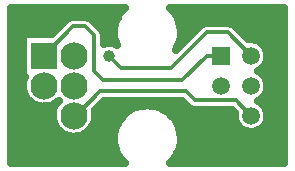
<source format=gbr>
G04 DipTrace 2.4.0.2*
%INBottom.gbr*%
%MOIN*%
%ADD13C,0.0118*%
%ADD14C,0.025*%
%ADD16C,0.0906*%
%ADD17R,0.0906X0.0906*%
%ADD18C,0.0591*%
%ADD19R,0.0591X0.0591*%
%ADD20C,0.0394*%
%FSLAX44Y44*%
G04*
G70*
G90*
G75*
G01*
%LNBottom*%
%LPD*%
X3642Y3937D2*
D13*
X4035Y3543D1*
X5709D1*
X6890Y4724D1*
X7602D1*
X8374Y3953D1*
X2469Y1953D2*
X2543D1*
X3346Y2756D1*
X6201D1*
X6496Y2461D1*
X7866D1*
X8374Y1953D1*
X7374Y3953D2*
X6890D1*
X6087Y3150D1*
X3445D1*
X3150Y3445D1*
Y4626D1*
X2854Y4921D1*
X2437D1*
X1468Y3953D1*
D20*
X3642Y3937D3*
X390Y5292D2*
D14*
X3940D1*
X5900D2*
X9451D1*
X390Y5043D2*
X2092D1*
X3201D2*
X3834D1*
X6009D2*
X9451D1*
X390Y4794D2*
X1842D1*
X3439D2*
X3787D1*
X6056D2*
X6494D1*
X7998D2*
X9451D1*
X390Y4546D2*
X737D1*
X3486D2*
X3799D1*
X6041D2*
X6244D1*
X8248D2*
X9451D1*
X390Y4297D2*
X737D1*
X8826D2*
X9451D1*
X390Y4048D2*
X737D1*
X8939D2*
X9451D1*
X390Y3800D2*
X737D1*
X8927D2*
X9451D1*
X390Y3551D2*
X737D1*
X8771D2*
X9451D1*
X390Y3302D2*
X737D1*
X8822D2*
X9451D1*
X390Y3053D2*
X744D1*
X8939D2*
X9451D1*
X390Y2805D2*
X752D1*
X8927D2*
X9451D1*
X390Y2556D2*
X862D1*
X8779D2*
X9451D1*
X390Y2307D2*
X1159D1*
X3365D2*
X6182D1*
X8818D2*
X9451D1*
X390Y2059D2*
X1744D1*
X3193D2*
X4217D1*
X5626D2*
X7803D1*
X8935D2*
X9451D1*
X390Y1810D2*
X1752D1*
X3185D2*
X3983D1*
X5861D2*
X7819D1*
X8927D2*
X9451D1*
X390Y1561D2*
X1858D1*
X3080D2*
X3854D1*
X5990D2*
X7963D1*
X8783D2*
X9451D1*
X390Y1313D2*
X2147D1*
X2791D2*
X3795D1*
X6048D2*
X9451D1*
X390Y1064D2*
X3791D1*
X6052D2*
X9451D1*
X390Y815D2*
X3846D1*
X5994D2*
X9451D1*
X390Y567D2*
X3971D1*
X5873D2*
X9451D1*
X6025Y4600D2*
X6004Y4477D1*
X5969Y4356D1*
X5921Y4241D1*
X5866Y4142D1*
X6669Y4945D1*
X6773Y5014D1*
X6890Y5037D1*
X7602D1*
X7724Y5012D1*
X7823Y4945D1*
X8273Y4495D1*
X8415Y4500D1*
X8537Y4476D1*
X8651Y4426D1*
X8751Y4351D1*
X8831Y4255D1*
X8888Y4144D1*
X8918Y4023D1*
X8922Y3953D1*
X8908Y3829D1*
X8866Y3711D1*
X8799Y3606D1*
X8710Y3519D1*
X8599Y3453D1*
X8651Y3426D1*
X8751Y3351D1*
X8831Y3255D1*
X8888Y3144D1*
X8918Y3023D1*
X8922Y2953D1*
X8908Y2829D1*
X8866Y2711D1*
X8799Y2606D1*
X8710Y2519D1*
X8599Y2453D1*
X8651Y2426D1*
X8751Y2351D1*
X8831Y2255D1*
X8888Y2144D1*
X8918Y2023D1*
X8922Y1953D1*
X8908Y1829D1*
X8866Y1711D1*
X8799Y1606D1*
X8710Y1519D1*
X8603Y1455D1*
X8485Y1416D1*
X8360Y1405D1*
X8237Y1422D1*
X8120Y1467D1*
X8017Y1536D1*
X7932Y1628D1*
X7870Y1736D1*
X7834Y1855D1*
X7826Y1980D1*
X7837Y2045D1*
X7736Y2149D1*
X6496Y2148D1*
X6374Y2173D1*
X6275Y2240D1*
X6074Y2442D1*
X3478Y2444D1*
X3156Y2124D1*
X3174Y1953D1*
X3163Y1828D1*
X3131Y1708D1*
X3077Y1595D1*
X3005Y1494D1*
X2915Y1406D1*
X2812Y1336D1*
X2698Y1285D1*
X2577Y1255D1*
X2452Y1247D1*
X2328Y1261D1*
X2209Y1297D1*
X2097Y1353D1*
X1997Y1427D1*
X1912Y1519D1*
X1844Y1623D1*
X1796Y1739D1*
X1769Y1860D1*
X1763Y1985D1*
X1780Y2109D1*
X1818Y2228D1*
X1877Y2338D1*
X1969Y2449D1*
X1812Y2336D1*
X1698Y2285D1*
X1577Y2255D1*
X1452Y2247D1*
X1328Y2261D1*
X1209Y2297D1*
X1097Y2353D1*
X997Y2427D1*
X912Y2519D1*
X844Y2623D1*
X796Y2739D1*
X769Y2860D1*
X763Y2985D1*
X780Y3109D1*
X828Y3245D1*
X763Y3247D1*
Y4659D1*
X1735D1*
X2216Y5142D1*
X2320Y5211D1*
X2437Y5233D1*
X2854D1*
X2976Y5209D1*
X3075Y5142D1*
X3370Y4847D1*
X3439Y4743D1*
X3462Y4626D1*
Y4349D1*
X3523Y4371D1*
X3646Y4387D1*
X3770Y4368D1*
X3892Y4309D1*
X3836Y4487D1*
X3817Y4611D1*
X3811Y4735D1*
X3819Y4860D1*
X3841Y4983D1*
X3877Y5103D1*
X3926Y5218D1*
X3988Y5326D1*
X4061Y5427D1*
X4172Y5542D1*
X1727Y5540D1*
X365D1*
Y365D1*
X4166D1*
X4048Y495D1*
X3976Y598D1*
X3917Y708D1*
X3870Y824D1*
X3836Y944D1*
X3817Y1067D1*
X3811Y1192D1*
X3819Y1317D1*
X3841Y1440D1*
X3877Y1559D1*
X3926Y1674D1*
X3988Y1783D1*
X4061Y1884D1*
X4146Y1976D1*
X4240Y2058D1*
X4343Y2129D1*
X4453Y2188D1*
X4569Y2234D1*
X4690Y2267D1*
X4813Y2286D1*
X4938Y2292D1*
X5062Y2283D1*
X5185Y2260D1*
X5305Y2223D1*
X5419Y2174D1*
X5528Y2111D1*
X5628Y2037D1*
X5720Y1953D1*
X5802Y1858D1*
X5872Y1755D1*
X5931Y1644D1*
X5976Y1528D1*
X6009Y1407D1*
X6032Y1181D1*
X6025Y1056D1*
X6004Y933D1*
X5969Y813D1*
X5921Y698D1*
X5861Y589D1*
X5788Y487D1*
X5672Y365D1*
X9477D1*
Y5540D1*
X5677D1*
X5802Y5401D1*
X5872Y5298D1*
X5931Y5188D1*
X5976Y5071D1*
X6009Y4951D1*
X6032Y4724D1*
X6025Y4600D1*
D16*
X2469Y3953D3*
D17*
X1469D3*
D16*
X2469Y2953D3*
X1469D3*
X2469Y1953D3*
X1469D3*
D18*
X8374Y3953D3*
D19*
X7374D3*
D18*
X8374Y2953D3*
X7374D3*
X8374Y1953D3*
X7374D3*
M02*

</source>
